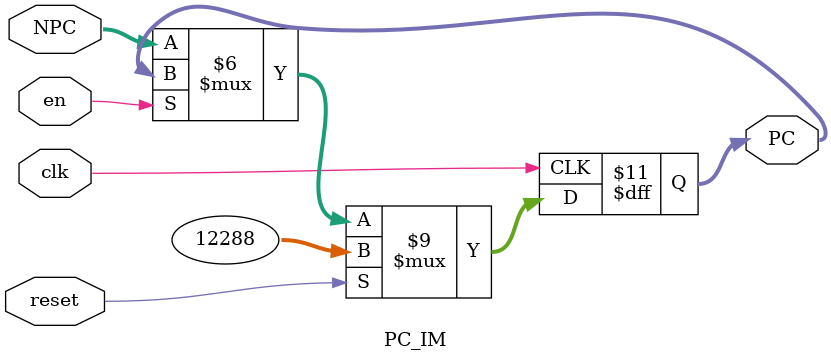
<source format=v>
`timescale 1ns / 1ps
module PC_IM(
	 input reset,
	 input clk,
	 input en,
    output reg [31:0] PC,
    input [31:0] NPC
    //output [31:0] instr
    );
	
	wire [31:0] pc;
	reg [31:0] im [0:4095];
	
	initial 
	begin
		PC<=  32'h0000_3000;
		//$readmemh("code.txt",im);
	end
	
	always @(posedge clk)
	begin 
		if(reset==1)
			PC<=  32'h0000_3000;
		else if( en !=1)
		begin 
			PC<=NPC;
			
		end
	end
	
	assign pc = PC - 32'h3000;
	//assign instr=im[pc[14:2]];

endmodule

</source>
